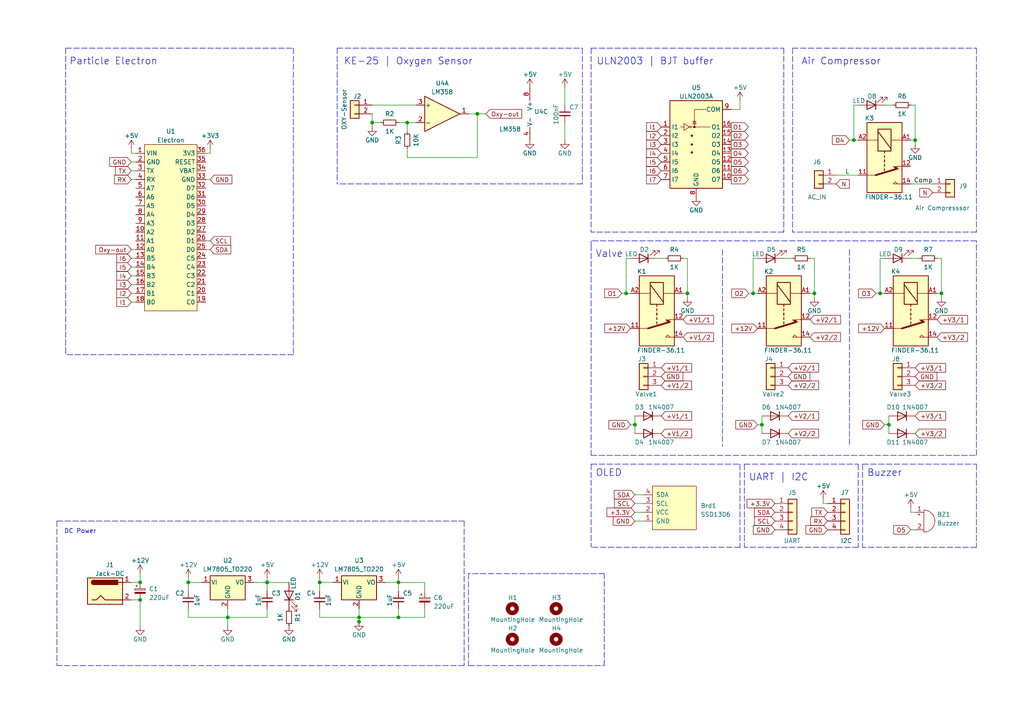
<source format=kicad_sch>
(kicad_sch (version 20210406) (generator eeschema)
  (paper "A4")
  (title_block (title "OxiKit-Brainboard") (date "2021-05-18") (rev "v1"))
  (lib_symbols
    (symbol "Amplifier_Operational:LM358" (pin_names (offset 0.127))
      (property "Reference" "U" (at 0 5.08 0))
      (property "Value" "LM358" (at 0 -5.08 0))
      (symbol "LM358_1_1"
        (pin output line (at 7.62 0 180) (length 2.54) (name "~") (number "1"))
        (pin input line (at -7.62 -2.54 0) (length 2.54) (name "-") (number "2"))
        (pin input line (at -7.62 2.54 0) (length 2.54) (name "+") (number "3"))
      )
      (symbol "LM358_2_1"
        (pin input line (at -7.62 2.54 0) (length 2.54) (name "+") (number "5"))
        (pin input line (at -7.62 -2.54 0) (length 2.54) (name "-") (number "6"))
        (pin output line (at 7.62 0 180) (length 2.54) (name "~") (number "7"))
      )
      (symbol "LM358_3_1"
        (pin power_in line (at -2.54 -7.62 90) (length 3.81) (name "V-") (number "4"))
        (pin power_in line (at -2.54 7.62 270) (length 3.81) (name "V+") (number "8"))
      )
    )
    (symbol "Connector:Jack-DC" (pin_names (offset 1.016))
      (property "Reference" "J" (at 0 5.334 0))
      (property "Value" "Jack-DC" (at 0 -5.08 0))
      (symbol "Jack-DC_1_1"
        (pin passive line (at 7.62 2.54 180) (length 2.54) (name "~") (number "1"))
        (pin passive line (at 7.62 -2.54 180) (length 2.54) (name "~") (number "2"))
      )
    )
    (symbol "Connector_Generic:Conn_01x02" (pin_names (offset 1.016) hide)
      (property "Reference" "J" (at 0 2.54 0))
      (property "Value" "Conn_01x02" (at 0 -5.08 0))
      (symbol "Conn_01x02_1_1"
        (pin passive line (at -5.08 0 0) (length 3.81) (name "Pin_1") (number "1"))
        (pin passive line (at -5.08 -2.54 0) (length 3.81) (name "Pin_2") (number "2"))
      )
    )
    (symbol "Connector_Generic:Conn_01x03" (pin_names (offset 1.016) hide)
      (property "Reference" "J" (at 0 5.08 0))
      (property "Value" "Conn_01x03" (at 0 -5.08 0))
      (symbol "Conn_01x03_1_1"
        (pin passive line (at -5.08 2.54 0) (length 3.81) (name "Pin_1") (number "1"))
        (pin passive line (at -5.08 0 0) (length 3.81) (name "Pin_2") (number "2"))
        (pin passive line (at -5.08 -2.54 0) (length 3.81) (name "Pin_3") (number "3"))
      )
    )
    (symbol "Connector_Generic:Conn_01x04" (pin_names (offset 1.016) hide)
      (property "Reference" "J" (at 0 5.08 0))
      (property "Value" "Conn_01x04" (at 0 -7.62 0))
      (symbol "Conn_01x04_1_1"
        (pin passive line (at -5.08 2.54 0) (length 3.81) (name "Pin_1") (number "1"))
        (pin passive line (at -5.08 0 0) (length 3.81) (name "Pin_2") (number "2"))
        (pin passive line (at -5.08 -2.54 0) (length 3.81) (name "Pin_3") (number "3"))
        (pin passive line (at -5.08 -5.08 0) (length 3.81) (name "Pin_4") (number "4"))
      )
    )
    (symbol "Device:Buzzer" (pin_names (offset 0.0254) hide)
      (property "Reference" "BZ" (at 3.81 1.27 0))
      (property "Value" "Buzzer" (at 3.81 -1.27 0))
      (symbol "Buzzer_1_1"
        (pin passive line (at -2.54 2.54 0) (length 2.54) (name "-") (number "1"))
        (pin passive line (at -2.54 -2.54 0) (length 2.54) (name "+") (number "2"))
      )
    )
    (symbol "Device:C_Polarized_Small" (pin_numbers hide) (pin_names (offset 0.254) hide)
      (property "Reference" "C" (at 0.254 1.778 0))
      (property "Value" "C_Polarized_Small" (at 0.254 -2.032 0))
      (symbol "C_Polarized_Small_1_1"
        (pin passive line (at 0 2.54 270) (length 1.8542) (name "~") (number "1"))
        (pin passive line (at 0 -2.54 90) (length 1.8542) (name "~") (number "2"))
      )
    )
    (symbol "Device:C_Small" (pin_numbers hide) (pin_names (offset 0.254) hide)
      (property "Reference" "C" (at 0.254 1.778 0))
      (property "Value" "C_Small" (at 0.254 -2.032 0))
      (symbol "C_Small_1_1"
        (pin passive line (at 0 2.54 270) (length 2.032) (name "~") (number "1"))
        (pin passive line (at 0 -2.54 90) (length 2.032) (name "~") (number "2"))
      )
    )
    (symbol "Device:LED" (pin_numbers hide) (pin_names (offset 1.016) hide)
      (property "Reference" "D" (at 0 2.54 0))
      (property "Value" "LED" (at 0 -2.54 0))
      (symbol "LED_1_1"
        (pin passive line (at -3.81 0 0) (length 2.54) (name "K") (number "1"))
        (pin passive line (at 3.81 0 180) (length 2.54) (name "A") (number "2"))
      )
    )
    (symbol "Device:R_Small" (pin_numbers hide) (pin_names (offset 0.254) hide)
      (property "Reference" "R" (at 0.762 0.508 0))
      (property "Value" "R_Small" (at 0.762 -1.016 0))
      (symbol "R_Small_1_1"
        (pin passive line (at 0 2.54 270) (length 0.762) (name "~") (number "1"))
        (pin passive line (at 0 -2.54 90) (length 0.762) (name "~") (number "2"))
      )
    )
    (symbol "Diode:1N4007" (pin_numbers hide) (pin_names (offset 1.016) hide)
      (property "Reference" "D" (at 0 2.54 0))
      (property "Value" "1N4007" (at 0 -2.54 0))
      (symbol "1N4007_1_1"
        (pin passive line (at -3.81 0 0) (length 2.54) (name "K") (number "1"))
        (pin passive line (at 3.81 0 180) (length 2.54) (name "A") (number "2"))
      )
    )
    (symbol "Mechanical:MountingHole" (pin_names (offset 1.016))
      (property "Reference" "H" (at 0 5.08 0))
      (property "Value" "MountingHole" (at 0 3.175 0))
    )
    (symbol "Particle-Devices:Electron"
      (property "Reference" "U" (at 1.27 16.51 0))
      (property "Value" "Electron" (at 7.62 -20.32 90))
      (symbol "Electron_1_1"
        (pin input line (at -2.54 12.7 0) (length 2.54) (name "VIN") (number "1"))
        (pin input line (at -2.54 -10.16 0) (length 2.54) (name "A2") (number "10"))
        (pin input line (at -2.54 -12.7 0) (length 2.54) (name "A1") (number "11"))
        (pin input line (at -2.54 -15.24 0) (length 2.54) (name "A0") (number "12"))
        (pin input line (at -2.54 -17.78 0) (length 2.54) (name "B5") (number "13"))
        (pin input line (at -2.54 -20.32 0) (length 2.54) (name "B4") (number "14"))
        (pin input line (at -2.54 -22.86 0) (length 2.54) (name "B3") (number "15"))
        (pin input line (at -2.54 -25.4 0) (length 2.54) (name "B2") (number "16"))
        (pin input line (at -2.54 -27.94 0) (length 2.54) (name "B1") (number "17"))
        (pin input line (at -2.54 -30.48 0) (length 2.54) (name "B0") (number "18"))
        (pin input line (at 17.78 -30.48 180) (length 2.54) (name "C0") (number "19"))
        (pin input line (at -2.54 10.16 0) (length 2.54) (name "GND") (number "2"))
        (pin input line (at 17.78 -27.94 180) (length 2.54) (name "C1") (number "20"))
        (pin input line (at 17.78 -25.4 180) (length 2.54) (name "C2") (number "21"))
        (pin input line (at 17.78 -22.86 180) (length 2.54) (name "C3") (number "22"))
        (pin input line (at 17.78 -20.32 180) (length 2.54) (name "C4") (number "23"))
        (pin input line (at 17.78 -17.78 180) (length 2.54) (name "C5") (number "24"))
        (pin input line (at 17.78 -15.24 180) (length 2.54) (name "D0") (number "25"))
        (pin input line (at 17.78 -12.7 180) (length 2.54) (name "D1") (number "26"))
        (pin input line (at 17.78 -10.16 180) (length 2.54) (name "D2") (number "27"))
        (pin input line (at 17.78 -7.62 180) (length 2.54) (name "D3") (number "28"))
        (pin input line (at 17.78 -5.08 180) (length 2.54) (name "D4") (number "29"))
        (pin input line (at -2.54 7.62 0) (length 2.54) (name "TX") (number "3"))
        (pin input line (at 17.78 -2.54 180) (length 2.54) (name "D5") (number "30"))
        (pin input line (at 17.78 0 180) (length 2.54) (name "D6") (number "31"))
        (pin input line (at 17.78 2.54 180) (length 2.54) (name "D7") (number "32"))
        (pin input line (at 17.78 5.08 180) (length 2.54) (name "GND") (number "33"))
        (pin input line (at 17.78 7.62 180) (length 2.54) (name "VBAT") (number "34"))
        (pin input line (at 17.78 10.16 180) (length 2.54) (name "RESET") (number "35"))
        (pin input line (at 17.78 12.7 180) (length 2.54) (name "3V3") (number "36"))
        (pin input line (at -2.54 5.08 0) (length 2.54) (name "RX") (number "4"))
        (pin input line (at -2.54 2.54 0) (length 2.54) (name "A7") (number "5"))
        (pin input line (at -2.54 0 0) (length 2.54) (name "A6") (number "6"))
        (pin input line (at -2.54 -2.54 0) (length 2.54) (name "A5") (number "7"))
        (pin input line (at -2.54 -5.08 0) (length 2.54) (name "A4") (number "8"))
        (pin input line (at -2.54 -7.62 0) (length 2.54) (name "A3") (number "9"))
      )
    )
    (symbol "Regulator_Linear:LM7805_TO220" (pin_names (offset 0.254))
      (property "Reference" "U" (at -3.81 3.175 0))
      (property "Value" "LM7805_TO220" (at 0 3.175 0))
      (symbol "LM7805_TO220_1_1"
        (pin power_in line (at -7.62 0 0) (length 2.54) (name "VI") (number "1"))
        (pin power_in line (at 0 -7.62 90) (length 2.54) (name "GND") (number "2"))
        (pin power_out line (at 7.62 0 180) (length 2.54) (name "VO") (number "3"))
      )
    )
    (symbol "Relay:FINDER-36.11"
      (property "Reference" "K" (at 11.43 3.81 0))
      (property "Value" "FINDER-36.11" (at 11.43 1.27 0))
      (symbol "FINDER-36.11_1_1"
        (pin passive line (at 5.08 -7.62 90) (length 2.54) (name "~") (number "11"))
        (pin passive line (at 2.54 7.62 270) (length 2.54) (name "~") (number "12"))
        (pin passive line (at 7.62 7.62 270) (length 2.54) (name "~") (number "14"))
        (pin passive line (at -5.08 7.62 270) (length 2.54) (name "~") (number "A1"))
        (pin passive line (at -5.08 -7.62 90) (length 2.54) (name "~") (number "A2"))
      )
    )
    (symbol "SSD1306-128x64_OLED:SSD1306" (pin_names (offset 1.016))
      (property "Reference" "Brd" (at 0 -3.81 0))
      (property "Value" "SSD1306" (at 0 -1.27 0))
      (symbol "SSD1306_1_1"
        (pin input line (at -3.81 8.89 270) (length 2.54) (name "GND") (number "1"))
        (pin input line (at -1.27 8.89 270) (length 2.54) (name "VCC") (number "2"))
        (pin input line (at 1.27 8.89 270) (length 2.54) (name "SCL") (number "3"))
        (pin input line (at 3.81 8.89 270) (length 2.54) (name "SDA") (number "4"))
      )
    )
    (symbol "Transistor_Array:ULN2003A"
      (property "Reference" "U" (at 0 15.875 0))
      (property "Value" "ULN2003A" (at 0 13.97 0))
      (symbol "ULN2003A_1_1"
        (pin input line (at -10.16 5.08 0) (length 2.54) (name "I1") (number "1"))
        (pin open_collector line (at 10.16 -10.16 180) (length 2.54) (name "O7") (number "10"))
        (pin open_collector line (at 10.16 -7.62 180) (length 2.54) (name "O6") (number "11"))
        (pin open_collector line (at 10.16 -5.08 180) (length 2.54) (name "O5") (number "12"))
        (pin open_collector line (at 10.16 -2.54 180) (length 2.54) (name "O4") (number "13"))
        (pin open_collector line (at 10.16 0 180) (length 2.54) (name "O3") (number "14"))
        (pin open_collector line (at 10.16 2.54 180) (length 2.54) (name "O2") (number "15"))
        (pin open_collector line (at 10.16 5.08 180) (length 2.54) (name "O1") (number "16"))
        (pin input line (at -10.16 2.54 0) (length 2.54) (name "I2") (number "2"))
        (pin input line (at -10.16 0 0) (length 2.54) (name "I3") (number "3"))
        (pin input line (at -10.16 -2.54 0) (length 2.54) (name "I4") (number "4"))
        (pin input line (at -10.16 -5.08 0) (length 2.54) (name "I5") (number "5"))
        (pin input line (at -10.16 -7.62 0) (length 2.54) (name "I6") (number "6"))
        (pin input line (at -10.16 -10.16 0) (length 2.54) (name "I7") (number "7"))
        (pin power_in line (at 0 -15.24 90) (length 2.54) (name "GND") (number "8"))
        (pin passive line (at 10.16 10.16 180) (length 2.54) (name "COM") (number "9"))
      )
    )
    (symbol "power:+12V" (power) (pin_names (offset 0))
      (property "Value" "+12V" (at 0 3.556 0))
      (symbol "+12V_1_1"
        (pin power_in line (at 0 0 90) (length 0) hide (name "+12V") (number "1"))
      )
    )
    (symbol "power:+3.3V" (power) (pin_names (offset 0))
      (property "Value" "+3.3V" (at 0 3.556 0))
      (symbol "+3.3V_1_1"
        (pin power_in line (at 0 0 90) (length 0) hide (name "+3V3") (number "1"))
      )
    )
    (symbol "power:+5V" (power) (pin_names (offset 0))
      (property "Value" "+5V" (at 0 3.556 0))
      (symbol "+5V_1_1"
        (pin power_in line (at 0 0 90) (length 0) hide (name "+5V") (number "1"))
      )
    )
    (symbol "power:GND" (power) (pin_names (offset 0))
      (property "Value" "GND" (at 0 -3.81 0))
      (symbol "GND_1_1"
        (pin power_in line (at 0 0 270) (length 0) hide (name "GND") (number "1"))
      )
    )
  )
  (junction (at 40.64 168.91) (diameter 0.9144))
  (junction (at 40.64 173.99) (diameter 0.9144))
  (junction (at 54.61 168.91) (diameter 0.9144))
  (junction (at 66.04 179.07) (diameter 0.9144))
  (junction (at 77.47 168.91) (diameter 0.9144))
  (junction (at 92.71 168.91) (diameter 0.9144))
  (junction (at 104.14 179.07) (diameter 0.9144))
  (junction (at 104.14 180.34) (diameter 0.9144))
  (junction (at 107.95 35.56) (diameter 0.9144))
  (junction (at 115.57 168.91) (diameter 0.9144))
  (junction (at 115.57 179.07) (diameter 0.9144))
  (junction (at 118.11 35.56) (diameter 0.9144))
  (junction (at 138.43 33.02) (diameter 0.9144))
  (junction (at 181.61 85.09) (diameter 0.9144))
  (junction (at 184.15 123.19) (diameter 0.9144))
  (junction (at 199.39 85.09) (diameter 0.9144))
  (junction (at 218.44 85.09) (diameter 0.9144))
  (junction (at 220.98 123.19) (diameter 0.9144))
  (junction (at 236.22 85.09) (diameter 0.9144))
  (junction (at 247.65 40.64) (diameter 0.9144))
  (junction (at 255.27 85.09) (diameter 0.9144))
  (junction (at 257.81 123.19) (diameter 0.9144))
  (junction (at 265.43 40.64) (diameter 0.9144))
  (junction (at 273.05 85.09) (diameter 0.9144))
  (wire (pts (xy 38.1 43.18) (xy 38.1 44.45)))
  (wire (pts (xy 38.1 44.45) (xy 39.37 44.45)))
  (wire (pts (xy 38.1 46.99) (xy 39.37 46.99)))
  (wire (pts (xy 38.1 49.53) (xy 39.37 49.53)))
  (wire (pts (xy 38.1 52.07) (xy 39.37 52.07)))
  (wire (pts (xy 38.1 72.39) (xy 39.37 72.39)))
  (wire (pts (xy 38.1 74.93) (xy 39.37 74.93)))
  (wire (pts (xy 38.1 77.47) (xy 39.37 77.47)))
  (wire (pts (xy 38.1 80.01) (xy 39.37 80.01)))
  (wire (pts (xy 38.1 82.55) (xy 39.37 82.55)))
  (wire (pts (xy 38.1 85.09) (xy 39.37 85.09)))
  (wire (pts (xy 38.1 87.63) (xy 39.37 87.63)))
  (wire (pts (xy 38.1 168.91) (xy 40.64 168.91)))
  (wire (pts (xy 38.1 173.99) (xy 40.64 173.99)))
  (wire (pts (xy 40.64 166.37) (xy 40.64 168.91)))
  (wire (pts (xy 40.64 173.99) (xy 40.64 181.61)))
  (wire (pts (xy 54.61 167.64) (xy 54.61 168.91)))
  (wire (pts (xy 54.61 168.91) (xy 54.61 171.45)))
  (wire (pts (xy 54.61 168.91) (xy 58.42 168.91)))
  (wire (pts (xy 54.61 176.53) (xy 54.61 179.07)))
  (wire (pts (xy 54.61 179.07) (xy 66.04 179.07)))
  (wire (pts (xy 59.69 52.07) (xy 60.96 52.07)))
  (wire (pts (xy 59.69 69.85) (xy 60.96 69.85)))
  (wire (pts (xy 59.69 72.39) (xy 60.96 72.39)))
  (wire (pts (xy 60.96 43.18) (xy 60.96 44.45)))
  (wire (pts (xy 60.96 44.45) (xy 59.69 44.45)))
  (wire (pts (xy 66.04 176.53) (xy 66.04 179.07)))
  (wire (pts (xy 66.04 179.07) (xy 66.04 181.61)))
  (wire (pts (xy 73.66 168.91) (xy 77.47 168.91)))
  (wire (pts (xy 77.47 167.64) (xy 77.47 168.91)))
  (wire (pts (xy 77.47 168.91) (xy 77.47 171.45)))
  (wire (pts (xy 77.47 168.91) (xy 83.82 168.91)))
  (wire (pts (xy 77.47 176.53) (xy 77.47 179.07)))
  (wire (pts (xy 77.47 179.07) (xy 66.04 179.07)))
  (wire (pts (xy 92.71 167.64) (xy 92.71 168.91)))
  (wire (pts (xy 92.71 168.91) (xy 92.71 171.45)))
  (wire (pts (xy 92.71 168.91) (xy 96.52 168.91)))
  (wire (pts (xy 92.71 176.53) (xy 92.71 179.07)))
  (wire (pts (xy 92.71 179.07) (xy 104.14 179.07)))
  (wire (pts (xy 104.14 176.53) (xy 104.14 179.07)))
  (wire (pts (xy 104.14 179.07) (xy 104.14 180.34)))
  (wire (pts (xy 104.14 181.61) (xy 104.14 180.34)))
  (wire (pts (xy 107.95 30.48) (xy 120.65 30.48)))
  (wire (pts (xy 107.95 35.56) (xy 107.95 33.02)))
  (wire (pts (xy 107.95 35.56) (xy 110.49 35.56)))
  (wire (pts (xy 107.95 36.83) (xy 107.95 35.56)))
  (wire (pts (xy 111.76 168.91) (xy 115.57 168.91)))
  (wire (pts (xy 115.57 35.56) (xy 118.11 35.56)))
  (wire (pts (xy 115.57 167.64) (xy 115.57 168.91)))
  (wire (pts (xy 115.57 168.91) (xy 115.57 171.45)))
  (wire (pts (xy 115.57 176.53) (xy 115.57 179.07)))
  (wire (pts (xy 115.57 179.07) (xy 104.14 179.07)))
  (wire (pts (xy 118.11 35.56) (xy 118.11 38.1)))
  (wire (pts (xy 118.11 35.56) (xy 120.65 35.56)))
  (wire (pts (xy 118.11 43.18) (xy 118.11 45.72)))
  (wire (pts (xy 118.11 45.72) (xy 138.43 45.72)))
  (wire (pts (xy 123.19 168.91) (xy 115.57 168.91)))
  (wire (pts (xy 123.19 171.45) (xy 123.19 168.91)))
  (wire (pts (xy 123.19 176.53) (xy 123.19 179.07)))
  (wire (pts (xy 123.19 179.07) (xy 115.57 179.07)))
  (wire (pts (xy 138.43 33.02) (xy 135.89 33.02)))
  (wire (pts (xy 138.43 33.02) (xy 138.43 45.72)))
  (wire (pts (xy 140.97 33.02) (xy 138.43 33.02)))
  (wire (pts (xy 163.83 25.4) (xy 163.83 30.48)))
  (wire (pts (xy 163.83 35.56) (xy 163.83 40.64)))
  (wire (pts (xy 180.34 85.09) (xy 181.61 85.09)))
  (wire (pts (xy 181.61 74.93) (xy 181.61 85.09)))
  (wire (pts (xy 181.61 85.09) (xy 182.88 85.09)))
  (wire (pts (xy 182.88 74.93) (xy 181.61 74.93)))
  (wire (pts (xy 184.15 123.19) (xy 182.88 123.19)))
  (wire (pts (xy 184.15 123.19) (xy 184.15 120.65)))
  (wire (pts (xy 184.15 125.73) (xy 184.15 123.19)))
  (wire (pts (xy 184.15 143.51) (xy 186.69 143.51)))
  (wire (pts (xy 184.15 146.05) (xy 186.69 146.05)))
  (wire (pts (xy 184.15 148.59) (xy 186.69 148.59)))
  (wire (pts (xy 184.15 151.13) (xy 186.69 151.13)))
  (wire (pts (xy 190.5 74.93) (xy 193.04 74.93)))
  (wire (pts (xy 198.12 74.93) (xy 199.39 74.93)))
  (wire (pts (xy 199.39 74.93) (xy 199.39 85.09)))
  (wire (pts (xy 199.39 85.09) (xy 198.12 85.09)))
  (wire (pts (xy 199.39 86.36) (xy 199.39 85.09)))
  (wire (pts (xy 212.09 31.75) (xy 214.63 31.75)))
  (wire (pts (xy 214.63 29.21) (xy 214.63 31.75)))
  (wire (pts (xy 217.17 85.09) (xy 218.44 85.09)))
  (wire (pts (xy 218.44 74.93) (xy 218.44 85.09)))
  (wire (pts (xy 218.44 85.09) (xy 219.71 85.09)))
  (wire (pts (xy 219.71 74.93) (xy 218.44 74.93)))
  (wire (pts (xy 220.98 123.19) (xy 219.71 123.19)))
  (wire (pts (xy 220.98 123.19) (xy 220.98 120.65)))
  (wire (pts (xy 220.98 125.73) (xy 220.98 123.19)))
  (wire (pts (xy 227.33 74.93) (xy 229.87 74.93)))
  (wire (pts (xy 234.95 74.93) (xy 236.22 74.93)))
  (wire (pts (xy 236.22 74.93) (xy 236.22 85.09)))
  (wire (pts (xy 236.22 85.09) (xy 234.95 85.09)))
  (wire (pts (xy 236.22 86.36) (xy 236.22 85.09)))
  (wire (pts (xy 238.76 144.78) (xy 238.76 146.05)))
  (wire (pts (xy 238.76 146.05) (xy 240.03 146.05)))
  (wire (pts (xy 242.57 50.8) (xy 248.92 50.8)))
  (wire (pts (xy 246.38 40.64) (xy 247.65 40.64)))
  (wire (pts (xy 247.65 30.48) (xy 247.65 40.64)))
  (wire (pts (xy 247.65 40.64) (xy 248.92 40.64)))
  (wire (pts (xy 248.92 30.48) (xy 247.65 30.48)))
  (wire (pts (xy 254 85.09) (xy 255.27 85.09)))
  (wire (pts (xy 255.27 74.93) (xy 255.27 85.09)))
  (wire (pts (xy 255.27 85.09) (xy 256.54 85.09)))
  (wire (pts (xy 256.54 30.48) (xy 259.08 30.48)))
  (wire (pts (xy 256.54 74.93) (xy 255.27 74.93)))
  (wire (pts (xy 257.81 123.19) (xy 256.54 123.19)))
  (wire (pts (xy 257.81 123.19) (xy 257.81 120.65)))
  (wire (pts (xy 257.81 125.73) (xy 257.81 123.19)))
  (wire (pts (xy 264.16 30.48) (xy 265.43 30.48)))
  (wire (pts (xy 264.16 40.64) (xy 265.43 40.64)))
  (wire (pts (xy 264.16 53.34) (xy 270.51 53.34)))
  (wire (pts (xy 264.16 74.93) (xy 266.7 74.93)))
  (wire (pts (xy 264.16 147.32) (xy 264.16 148.59)))
  (wire (pts (xy 264.16 148.59) (xy 265.43 148.59)))
  (wire (pts (xy 264.16 153.67) (xy 265.43 153.67)))
  (wire (pts (xy 265.43 30.48) (xy 265.43 40.64)))
  (wire (pts (xy 265.43 40.64) (xy 265.43 41.91)))
  (wire (pts (xy 271.78 74.93) (xy 273.05 74.93)))
  (wire (pts (xy 273.05 74.93) (xy 273.05 85.09)))
  (wire (pts (xy 273.05 85.09) (xy 271.78 85.09)))
  (wire (pts (xy 273.05 86.36) (xy 273.05 85.09)))
  (polyline (pts (xy 16.51 151.13) (xy 16.51 193.04)) (stroke (width 0) (type dash)))
  (polyline (pts (xy 16.51 151.13) (xy 134.62 151.13)) (stroke (width 0) (type dash)))
  (polyline (pts (xy 19.05 13.97) (xy 19.05 102.87)) (stroke (width 0) (type dash)))
  (polyline (pts (xy 19.05 13.97) (xy 85.09 13.97)) (stroke (width 0) (type dash)))
  (polyline (pts (xy 85.09 13.97) (xy 85.09 102.87)) (stroke (width 0) (type dash)))
  (polyline (pts (xy 85.09 102.87) (xy 19.05 102.87)) (stroke (width 0) (type dash)))
  (polyline (pts (xy 97.79 13.97) (xy 97.79 53.34)) (stroke (width 0) (type dash)))
  (polyline (pts (xy 97.79 13.97) (xy 168.91 13.97)) (stroke (width 0) (type dash)))
  (polyline (pts (xy 134.62 151.13) (xy 134.62 193.04)) (stroke (width 0) (type dash)))
  (polyline (pts (xy 134.62 193.04) (xy 16.51 193.04)) (stroke (width 0) (type dash)))
  (polyline (pts (xy 135.89 166.37) (xy 135.89 193.04)) (stroke (width 0) (type dash)))
  (polyline (pts (xy 135.89 193.04) (xy 175.26 193.04)) (stroke (width 0) (type dash)))
  (polyline (pts (xy 168.91 13.97) (xy 168.91 53.34)) (stroke (width 0) (type dash)))
  (polyline (pts (xy 168.91 53.34) (xy 97.79 53.34)) (stroke (width 0) (type dash)))
  (polyline (pts (xy 171.45 13.97) (xy 171.45 67.31)) (stroke (width 0) (type dash)))
  (polyline (pts (xy 171.45 13.97) (xy 227.33 13.97)) (stroke (width 0) (type dash)))
  (polyline (pts (xy 171.45 69.85) (xy 171.45 71.12)) (stroke (width 0) (type dash)))
  (polyline (pts (xy 171.45 71.12) (xy 171.45 132.08)) (stroke (width 0) (type dash)))
  (polyline (pts (xy 171.45 132.08) (xy 283.21 132.08)) (stroke (width 0) (type dash)))
  (polyline (pts (xy 171.45 134.62) (xy 171.45 158.75)) (stroke (width 0) (type dash)))
  (polyline (pts (xy 171.45 134.62) (xy 214.63 134.62)) (stroke (width 0) (type dash)))
  (polyline (pts (xy 175.26 166.37) (xy 135.89 166.37)) (stroke (width 0) (type dash)))
  (polyline (pts (xy 175.26 193.04) (xy 175.26 166.37)) (stroke (width 0) (type dash)))
  (polyline (pts (xy 209.55 72.39) (xy 209.55 81.28)) (stroke (width 0) (type dash)))
  (polyline (pts (xy 209.55 81.28) (xy 209.55 99.06)) (stroke (width 0) (type dash)))
  (polyline (pts (xy 209.55 99.06) (xy 209.55 129.54)) (stroke (width 0) (type dash)))
  (polyline (pts (xy 214.63 134.62) (xy 214.63 158.75)) (stroke (width 0) (type dash)))
  (polyline (pts (xy 214.63 158.75) (xy 171.45 158.75)) (stroke (width 0) (type dash)))
  (polyline (pts (xy 215.9 134.62) (xy 215.9 158.75)) (stroke (width 0) (type dash)))
  (polyline (pts (xy 215.9 134.62) (xy 248.92 134.62)) (stroke (width 0) (type dash)))
  (polyline (pts (xy 227.33 13.97) (xy 227.33 67.31)) (stroke (width 0) (type dash)))
  (polyline (pts (xy 227.33 67.31) (xy 171.45 67.31)) (stroke (width 0) (type dash)))
  (polyline (pts (xy 229.87 13.97) (xy 229.87 67.31)) (stroke (width 0) (type dash)))
  (polyline (pts (xy 229.87 13.97) (xy 283.21 13.97)) (stroke (width 0) (type dash)))
  (polyline (pts (xy 246.38 72.39) (xy 246.38 129.54)) (stroke (width 0) (type dash)))
  (polyline (pts (xy 248.92 134.62) (xy 248.92 158.75)) (stroke (width 0) (type dash)))
  (polyline (pts (xy 248.92 158.75) (xy 215.9 158.75)) (stroke (width 0) (type dash)))
  (polyline (pts (xy 250.19 134.62) (xy 250.19 158.75)) (stroke (width 0) (type dash)))
  (polyline (pts (xy 250.19 134.62) (xy 283.21 134.62)) (stroke (width 0) (type dash)))
  (polyline (pts (xy 283.21 13.97) (xy 283.21 67.31)) (stroke (width 0) (type dash)))
  (polyline (pts (xy 283.21 67.31) (xy 229.87 67.31)) (stroke (width 0) (type dash)))
  (polyline (pts (xy 283.21 69.85) (xy 171.45 69.85)) (stroke (width 0) (type dash)))
  (polyline (pts (xy 283.21 132.08) (xy 283.21 69.85)) (stroke (width 0) (type dash)))
  (polyline (pts (xy 283.21 134.62) (xy 283.21 158.75)) (stroke (width 0) (type dash)))
  (polyline (pts (xy 283.21 158.75) (xy 250.19 158.75)) (stroke (width 0) (type dash)))
  (text "DC Power" (at 27.94 154.94 180) (effects (font (size 1.27 1.27)) (justify right bottom)))
  (text "Particle Electron" (at 45.72 19.05 180) (effects (font (size 2 2)) (justify right bottom)))
  (text "KE-25 | Oxygen Sensor" (at 137.16 19.05 180) (effects (font (size 2 2)) (justify right bottom)))
  (text "Valve" (at 172.72 74.93 0) (effects (font (size 2 2)) (justify left bottom)))
  (text "OLED" (at 172.72 138.43 0) (effects (font (size 2 2)) (justify left bottom)))
  (text "ULN2003 | BJT buffer" (at 207.01 19.05 180) (effects (font (size 2 2)) (justify right bottom)))
  (text "UART | I2C" (at 217.17 139.7 0) (effects (font (size 2 2)) (justify left bottom)))
  (text "Air Compressor" (at 232.41 19.05 0) (effects (font (size 2 2)) (justify left bottom)))
  (text "Buzzer" (at 251.46 138.43 0) (effects (font (size 2 2)) (justify left bottom)))
  (label "L" (at 246.38 50.8 180))
  (label "Comp" (at 270.51 53.34 180))
  (global_label "GND" (shape input) (at 38.1 46.99 180) (property "Intersheet References" "${INTERSHEET_REFS}" (effects hide)))
  (global_label "TX" (shape input) (at 38.1 49.53 180) (property "Intersheet References" "${INTERSHEET_REFS}" (effects hide)))
  (global_label "RX" (shape input) (at 38.1 52.07 180) (property "Intersheet References" "${INTERSHEET_REFS}" (effects hide)))
  (global_label "Oxy-out" (shape input) (at 38.1 72.39 180) (property "Intersheet References" "${INTERSHEET_REFS}" (effects hide)))
  (global_label "I6" (shape input) (at 38.1 74.93 180) (property "Intersheet References" "${INTERSHEET_REFS}" (effects hide)))
  (global_label "I5" (shape input) (at 38.1 77.47 180) (property "Intersheet References" "${INTERSHEET_REFS}" (effects hide)))
  (global_label "I4" (shape input) (at 38.1 80.01 180) (property "Intersheet References" "${INTERSHEET_REFS}" (effects hide)))
  (global_label "I3" (shape input) (at 38.1 82.55 180) (property "Intersheet References" "${INTERSHEET_REFS}" (effects hide)))
  (global_label "I2" (shape input) (at 38.1 85.09 180) (property "Intersheet References" "${INTERSHEET_REFS}" (effects hide)))
  (global_label "I1" (shape input) (at 38.1 87.63 180) (property "Intersheet References" "${INTERSHEET_REFS}" (effects hide)))
  (global_label "GND" (shape input) (at 60.96 52.07 0) (property "Intersheet References" "${INTERSHEET_REFS}" (effects hide)))
  (global_label "SCL" (shape input) (at 60.96 69.85 0) (property "Intersheet References" "${INTERSHEET_REFS}" (effects hide)))
  (global_label "SDA" (shape input) (at 60.96 72.39 0) (property "Intersheet References" "${INTERSHEET_REFS}" (effects hide)))
  (global_label "Oxy-out" (shape input) (at 140.97 33.02 0) (property "Intersheet References" "${INTERSHEET_REFS}" (effects hide)))
  (global_label "O1" (shape input) (at 180.34 85.09 180) (property "Intersheet References" "${INTERSHEET_REFS}" (effects hide)))
  (global_label "+12V" (shape input) (at 182.88 95.25 180) (property "Intersheet References" "${INTERSHEET_REFS}" (effects hide)))
  (global_label "GND" (shape input) (at 182.88 123.19 180) (property "Intersheet References" "${INTERSHEET_REFS}" (effects hide)))
  (global_label "SDA" (shape input) (at 184.15 143.51 180) (property "Intersheet References" "${INTERSHEET_REFS}" (effects hide)))
  (global_label "SCL" (shape input) (at 184.15 146.05 180) (property "Intersheet References" "${INTERSHEET_REFS}" (effects hide)))
  (global_label "+3.3V" (shape input) (at 184.15 148.59 180) (property "Intersheet References" "${INTERSHEET_REFS}" (effects hide)))
  (global_label "GND" (shape input) (at 184.15 151.13 180) (property "Intersheet References" "${INTERSHEET_REFS}" (effects hide)))
  (global_label "I1" (shape input) (at 191.77 36.83 180) (property "Intersheet References" "${INTERSHEET_REFS}" (effects hide)))
  (global_label "I2" (shape input) (at 191.77 39.37 180) (property "Intersheet References" "${INTERSHEET_REFS}" (effects hide)))
  (global_label "I3" (shape input) (at 191.77 41.91 180) (property "Intersheet References" "${INTERSHEET_REFS}" (effects hide)))
  (global_label "I4" (shape input) (at 191.77 44.45 180) (property "Intersheet References" "${INTERSHEET_REFS}" (effects hide)))
  (global_label "I5" (shape input) (at 191.77 46.99 180) (property "Intersheet References" "${INTERSHEET_REFS}" (effects hide)))
  (global_label "I6" (shape input) (at 191.77 49.53 180) (property "Intersheet References" "${INTERSHEET_REFS}" (effects hide)))
  (global_label "I7" (shape input) (at 191.77 52.07 180) (property "Intersheet References" "${INTERSHEET_REFS}" (effects hide)))
  (global_label "+V1{slash}1" (shape input) (at 191.77 106.68 0) (property "Intersheet References" "${INTERSHEET_REFS}" (effects hide)))
  (global_label "GND" (shape input) (at 191.77 109.22 0) (property "Intersheet References" "${INTERSHEET_REFS}" (effects hide)))
  (global_label "+V1{slash}2" (shape input) (at 191.77 111.76 0) (property "Intersheet References" "${INTERSHEET_REFS}" (effects hide)))
  (global_label "+V1{slash}1" (shape input) (at 191.77 120.65 0) (property "Intersheet References" "${INTERSHEET_REFS}" (effects hide)))
  (global_label "+V1{slash}2" (shape input) (at 191.77 125.73 0) (property "Intersheet References" "${INTERSHEET_REFS}" (effects hide)))
  (global_label "+V1{slash}1" (shape input) (at 198.12 92.71 0) (property "Intersheet References" "${INTERSHEET_REFS}" (effects hide)))
  (global_label "+V1{slash}2" (shape input) (at 198.12 97.79 0) (property "Intersheet References" "${INTERSHEET_REFS}" (effects hide)))
  (global_label "O1" (shape output) (at 212.09 36.83 0) (property "Intersheet References" "${INTERSHEET_REFS}" (effects hide)))
  (global_label "O2" (shape output) (at 212.09 39.37 0) (property "Intersheet References" "${INTERSHEET_REFS}" (effects hide)))
  (global_label "O3" (shape output) (at 212.09 41.91 0) (property "Intersheet References" "${INTERSHEET_REFS}" (effects hide)))
  (global_label "O4" (shape output) (at 212.09 44.45 0) (property "Intersheet References" "${INTERSHEET_REFS}" (effects hide)))
  (global_label "O5" (shape output) (at 212.09 46.99 0) (property "Intersheet References" "${INTERSHEET_REFS}" (effects hide)))
  (global_label "O6" (shape output) (at 212.09 49.53 0) (property "Intersheet References" "${INTERSHEET_REFS}" (effects hide)))
  (global_label "O7" (shape output) (at 212.09 52.07 0) (property "Intersheet References" "${INTERSHEET_REFS}" (effects hide)))
  (global_label "O2" (shape input) (at 217.17 85.09 180) (property "Intersheet References" "${INTERSHEET_REFS}" (effects hide)))
  (global_label "+12V" (shape input) (at 219.71 95.25 180) (property "Intersheet References" "${INTERSHEET_REFS}" (effects hide)))
  (global_label "GND" (shape input) (at 219.71 123.19 180) (property "Intersheet References" "${INTERSHEET_REFS}" (effects hide)))
  (global_label "+3.3V" (shape input) (at 224.79 146.05 180) (property "Intersheet References" "${INTERSHEET_REFS}" (effects hide)))
  (global_label "SDA" (shape input) (at 224.79 148.59 180) (property "Intersheet References" "${INTERSHEET_REFS}" (effects hide)))
  (global_label "SCL" (shape input) (at 224.79 151.13 180) (property "Intersheet References" "${INTERSHEET_REFS}" (effects hide)))
  (global_label "GND" (shape input) (at 224.79 153.67 180) (property "Intersheet References" "${INTERSHEET_REFS}" (effects hide)))
  (global_label "+V2{slash}1" (shape input) (at 228.6 106.68 0) (property "Intersheet References" "${INTERSHEET_REFS}" (effects hide)))
  (global_label "GND" (shape input) (at 228.6 109.22 0) (property "Intersheet References" "${INTERSHEET_REFS}" (effects hide)))
  (global_label "+V2{slash}2" (shape input) (at 228.6 111.76 0) (property "Intersheet References" "${INTERSHEET_REFS}" (effects hide)))
  (global_label "+V2{slash}1" (shape input) (at 228.6 120.65 0) (property "Intersheet References" "${INTERSHEET_REFS}" (effects hide)))
  (global_label "+V2{slash}2" (shape input) (at 228.6 125.73 0) (property "Intersheet References" "${INTERSHEET_REFS}" (effects hide)))
  (global_label "+V2{slash}1" (shape input) (at 234.95 92.71 0) (property "Intersheet References" "${INTERSHEET_REFS}" (effects hide)))
  (global_label "+V2{slash}2" (shape input) (at 234.95 97.79 0) (property "Intersheet References" "${INTERSHEET_REFS}" (effects hide)))
  (global_label "TX" (shape input) (at 240.03 148.59 180) (property "Intersheet References" "${INTERSHEET_REFS}" (effects hide)))
  (global_label "RX" (shape input) (at 240.03 151.13 180) (property "Intersheet References" "${INTERSHEET_REFS}" (effects hide)))
  (global_label "GND" (shape input) (at 240.03 153.67 180) (property "Intersheet References" "${INTERSHEET_REFS}" (effects hide)))
  (global_label "N" (shape input) (at 242.57 53.34 0) (property "Intersheet References" "${INTERSHEET_REFS}" (effects hide)))
  (global_label "O4" (shape input) (at 246.38 40.64 180) (property "Intersheet References" "${INTERSHEET_REFS}" (effects hide)))
  (global_label "O3" (shape input) (at 254 85.09 180) (property "Intersheet References" "${INTERSHEET_REFS}" (effects hide)))
  (global_label "+12V" (shape input) (at 256.54 95.25 180) (property "Intersheet References" "${INTERSHEET_REFS}" (effects hide)))
  (global_label "GND" (shape input) (at 256.54 123.19 180) (property "Intersheet References" "${INTERSHEET_REFS}" (effects hide)))
  (global_label "O5" (shape input) (at 264.16 153.67 180) (property "Intersheet References" "${INTERSHEET_REFS}" (effects hide)))
  (global_label "+V3{slash}1" (shape input) (at 265.43 106.68 0) (property "Intersheet References" "${INTERSHEET_REFS}" (effects hide)))
  (global_label "GND" (shape input) (at 265.43 109.22 0) (property "Intersheet References" "${INTERSHEET_REFS}" (effects hide)))
  (global_label "+V3{slash}2" (shape input) (at 265.43 111.76 0) (property "Intersheet References" "${INTERSHEET_REFS}" (effects hide)))
  (global_label "+V3{slash}1" (shape input) (at 265.43 120.65 0) (property "Intersheet References" "${INTERSHEET_REFS}" (effects hide)))
  (global_label "+V3{slash}2" (shape input) (at 265.43 125.73 0) (property "Intersheet References" "${INTERSHEET_REFS}" (effects hide)))
  (global_label "N" (shape input) (at 270.51 55.88 180) (property "Intersheet References" "${INTERSHEET_REFS}" (effects hide)))
  (global_label "+V3{slash}1" (shape input) (at 271.78 92.71 0) (property "Intersheet References" "${INTERSHEET_REFS}" (effects hide)))
  (global_label "+V3{slash}2" (shape input) (at 271.78 97.79 0) (property "Intersheet References" "${INTERSHEET_REFS}" (effects hide)))
  (symbol (lib_id "power:+5V") (at 38.1 43.18 0) (unit 1)
    (property "Reference" "#PWR0104" (effects hide))
    (property "Value" "+5V" (at 38.1 39.37 0))
  )
  (symbol (lib_id "power:+12V") (at 40.64 166.37 0) (unit 1)
    (property "Reference" "#PWR0107" (effects hide))
    (property "Value" "+12V" (at 40.64 162.56 0))
  )
  (symbol (lib_id "power:+12V") (at 54.61 167.64 0) (unit 1)
    (property "Reference" "#PWR0108" (effects hide))
    (property "Value" "+12V" (at 54.61 163.83 0))
  )
  (symbol (lib_id "power:+3.3V") (at 60.96 43.18 0) (unit 1)
    (property "Reference" "#PWR0105" (effects hide))
    (property "Value" "+3.3V" (at 60.96 39.37 0))
  )
  (symbol (lib_id "power:+5V") (at 77.47 167.64 0) (unit 1)
    (property "Reference" "#PWR0111" (effects hide))
    (property "Value" "+5V" (at 77.47 163.83 0))
  )
  (symbol (lib_id "power:+12V") (at 92.71 167.64 0) (unit 1)
    (property "Reference" "#PWR0106" (effects hide))
    (property "Value" "+12V" (at 92.71 163.83 0))
  )
  (symbol (lib_id "power:+5V") (at 115.57 167.64 0) (unit 1)
    (property "Reference" "#PWR0110" (effects hide))
    (property "Value" "+5V" (at 115.57 163.83 0))
  )
  (symbol (lib_id "power:+5V") (at 153.67 25.4 0) (unit 1)
    (property "Reference" "#PWR0101" (effects hide))
    (property "Value" "+5V" (at 153.67 21.59 0))
  )
  (symbol (lib_id "power:+5V") (at 163.83 25.4 0) (unit 1)
    (property "Reference" "#PWR0123" (effects hide))
    (property "Value" "+5V" (at 163.83 21.59 0))
  )
  (symbol (lib_id "power:+5V") (at 214.63 29.21 0) (unit 1)
    (property "Reference" "#PWR0118" (effects hide))
    (property "Value" "+5V" (at 214.63 25.4 0))
  )
  (symbol (lib_id "power:+5V") (at 238.76 144.78 0) (unit 1)
    (property "Reference" "#PWR0120" (effects hide))
    (property "Value" "+5V" (at 238.76 140.97 0))
  )
  (symbol (lib_id "power:+5V") (at 264.16 147.32 0) (unit 1)
    (property "Reference" "#PWR0119" (effects hide))
    (property "Value" "+5V" (at 264.16 143.51 0))
  )
  (symbol (lib_id "power:GND") (at 40.64 181.61 0) (unit 1)
    (property "Reference" "#PWR0112" (effects hide))
    (property "Value" "GND" (at 40.64 185.42 0))
  )
  (symbol (lib_id "power:GND") (at 66.04 181.61 0) (unit 1)
    (property "Reference" "#PWR0113" (effects hide))
    (property "Value" "GND" (at 66.04 185.42 0))
  )
  (symbol (lib_id "power:GND") (at 83.82 181.61 0) (unit 1)
    (property "Reference" "#PWR0114" (effects hide))
    (property "Value" "GND" (at 83.82 185.42 0))
  )
  (symbol (lib_id "power:GND") (at 104.14 180.34 0) (unit 1)
    (property "Reference" "#PWR0109" (effects hide))
    (property "Value" "GND" (at 104.14 184.15 0))
  )
  (symbol (lib_id "power:GND") (at 107.95 36.83 0) (unit 1)
    (property "Reference" "#PWR0103" (effects hide))
    (property "Value" "GND" (at 107.95 40.64 0))
  )
  (symbol (lib_id "power:GND") (at 153.67 40.64 0) (unit 1)
    (property "Reference" "#PWR0102" (effects hide))
    (property "Value" "GND" (at 153.67 44.45 0))
  )
  (symbol (lib_id "power:GND") (at 163.83 40.64 0) (unit 1)
    (property "Reference" "#PWR0124" (effects hide))
    (property "Value" "GND" (at 163.83 44.45 0))
  )
  (symbol (lib_id "power:GND") (at 199.39 86.36 0) (unit 1)
    (property "Reference" "#PWR0121" (effects hide))
    (property "Value" "GND" (at 199.39 90.17 0))
  )
  (symbol (lib_id "power:GND") (at 201.93 57.15 0) (unit 1)
    (property "Reference" "#PWR0122" (effects hide))
    (property "Value" "GND" (at 201.93 60.96 0))
  )
  (symbol (lib_id "power:GND") (at 236.22 86.36 0) (unit 1)
    (property "Reference" "#PWR0115" (effects hide))
    (property "Value" "GND" (at 236.22 90.17 0))
  )
  (symbol (lib_id "power:GND") (at 265.43 41.91 0) (unit 1)
    (property "Reference" "#PWR0116" (effects hide))
    (property "Value" "GND" (at 265.43 45.72 0))
  )
  (symbol (lib_id "power:GND") (at 273.05 86.36 0) (unit 1)
    (property "Reference" "#PWR0117" (effects hide))
    (property "Value" "GND" (at 273.05 90.17 0))
  )
  (symbol (lib_id "Device:R_Small") (at 83.82 179.07 0) (unit 1)
    (property "Reference" "R1" (at 86.36 179.07 90))
    (property "Value" "1K" (at 81.28 179.07 90))
    (property "Footprint" "Resistor_SMD:R_0805_2012Metric_Pad1.20x1.40mm_HandSolder" (effects hide))
  )
  (symbol (lib_id "Device:R_Small") (at 113.03 35.56 90) (unit 1)
    (property "Reference" "R2" (at 113.03 33.02 90))
    (property "Value" "1K" (at 113.03 38.1 90))
    (property "Footprint" "Resistor_SMD:R_0805_2012Metric_Pad1.20x1.40mm_HandSolder" (effects hide))
  )
  (symbol (lib_id "Device:R_Small") (at 118.11 40.64 180) (unit 1)
    (property "Reference" "R3" (at 115.57 40.64 90))
    (property "Value" "10K" (at 120.65 40.64 90))
    (property "Footprint" "Resistor_SMD:R_0805_2012Metric_Pad1.20x1.40mm_HandSolder" (effects hide))
  )
  (symbol (lib_id "Device:R_Small") (at 195.58 74.93 90) (unit 1)
    (property "Reference" "R4" (at 195.58 72.39 90))
    (property "Value" "1K" (at 195.58 77.47 90))
    (property "Footprint" "Resistor_SMD:R_0805_2012Metric_Pad1.20x1.40mm_HandSolder" (effects hide))
  )
  (symbol (lib_id "Device:R_Small") (at 232.41 74.93 90) (unit 1)
    (property "Reference" "R5" (at 232.41 72.39 90))
    (property "Value" "1K" (at 232.41 77.47 90))
    (property "Footprint" "Resistor_SMD:R_0805_2012Metric_Pad1.20x1.40mm_HandSolder" (effects hide))
  )
  (symbol (lib_id "Device:R_Small") (at 261.62 30.48 90) (unit 1)
    (property "Reference" "R6" (at 261.62 27.94 90))
    (property "Value" "1K" (at 261.62 33.02 90))
    (property "Footprint" "Resistor_SMD:R_0805_2012Metric_Pad1.20x1.40mm_HandSolder" (effects hide))
  )
  (symbol (lib_id "Device:R_Small") (at 269.24 74.93 90) (unit 1)
    (property "Reference" "R7" (at 269.24 72.39 90))
    (property "Value" "1K" (at 269.24 77.47 90))
    (property "Footprint" "Resistor_SMD:R_0805_2012Metric_Pad1.20x1.40mm_HandSolder" (effects hide))
  )
  (symbol (lib_id "Amplifier_Operational:LM358") (at 156.21 33.02 0) (unit 3)
    (property "Reference" "U4" (at 154.94 32.3849 0) (effects (justify left)))
    (property "Value" "LM358" (at 144.78 37.4649 0) (effects (justify left)))
    (property "Datasheet" "http://www.ti.com/lit/ds/symlink/lm2904-n.pdf" (effects hide))
  )
  (symbol (lib_id "Mechanical:MountingHole") (at 148.59 176.53 0) (unit 1)
    (property "Reference" "H1" (at 147.32 173.3549 0) (effects (justify left)))
    (property "Value" "MountingHole" (at 142.24 179.7049 0) (effects (justify left)))
    (property "Footprint" "MountingHole:MountingHole_3.2mm_M3_Pad_Via" (effects hide))
  )
  (symbol (lib_id "Mechanical:MountingHole") (at 148.59 185.42 0) (unit 1)
    (property "Reference" "H2" (at 147.32 182.2449 0) (effects (justify left)))
    (property "Value" "MountingHole" (at 142.24 188.5949 0) (effects (justify left)))
    (property "Footprint" "MountingHole:MountingHole_3.2mm_M3_Pad_Via" (effects hide))
  )
  (symbol (lib_id "Mechanical:MountingHole") (at 161.29 176.53 0) (unit 1)
    (property "Reference" "H3" (at 160.02 173.3549 0) (effects (justify left)))
    (property "Value" "MountingHole" (at 156.21 179.7049 0) (effects (justify left)))
    (property "Footprint" "MountingHole:MountingHole_3.2mm_M3_Pad_Via" (effects hide))
  )
  (symbol (lib_id "Mechanical:MountingHole") (at 161.29 185.42 0) (unit 1)
    (property "Reference" "H4" (at 160.02 182.2449 0) (effects (justify left)))
    (property "Value" "MountingHole" (at 156.21 188.5949 0) (effects (justify left)))
    (property "Footprint" "MountingHole:MountingHole_3.2mm_M3_Pad_Via" (effects hide))
  )
  (symbol (lib_id "Device:C_Polarized_Small") (at 40.64 171.45 0) (unit 1)
    (property "Reference" "C1" (at 43.18 170.8149 0) (effects (justify left)))
    (property "Value" "220uF" (at 43.18 173.3549 0) (effects (justify left)))
    (property "Footprint" "Capacitor_THT:CP_Radial_D8.0mm_P3.50mm" (effects hide))
  )
  (symbol (lib_id "Device:C_Polarized_Small") (at 123.19 173.99 0) (unit 1)
    (property "Reference" "C6" (at 125.73 173.3549 0) (effects (justify left)))
    (property "Value" "220uF" (at 125.73 175.8949 0) (effects (justify left)))
    (property "Footprint" "Capacitor_THT:CP_Radial_D8.0mm_P3.50mm" (effects hide))
  )
  (symbol (lib_id "Device:C_Small") (at 54.61 173.99 0) (unit 1)
    (property "Reference" "C2" (at 50.8 172.0849 0) (effects (justify left)))
    (property "Value" "1uF" (at 57.15 175.8949 90) (effects (justify left)))
    (property "Footprint" "Capacitor_SMD:C_0805_2012Metric_Pad1.18x1.45mm_HandSolder" (effects hide))
  )
  (symbol (lib_id "Device:C_Small") (at 77.47 173.99 0) (unit 1)
    (property "Reference" "C3" (at 78.74 172.0849 0) (effects (justify left)))
    (property "Value" "1uF" (at 74.93 175.8949 90) (effects (justify left)))
    (property "Footprint" "Capacitor_SMD:C_0805_2012Metric_Pad1.18x1.45mm_HandSolder" (effects hide))
  )
  (symbol (lib_id "Device:C_Small") (at 92.71 173.99 0) (unit 1)
    (property "Reference" "C4" (at 88.9 172.0849 0) (effects (justify left)))
    (property "Value" "1uF" (at 95.25 175.8949 90) (effects (justify left)))
    (property "Footprint" "Capacitor_SMD:C_0805_2012Metric_Pad1.18x1.45mm_HandSolder" (effects hide))
  )
  (symbol (lib_id "Device:C_Small") (at 115.57 173.99 0) (unit 1)
    (property "Reference" "C5" (at 116.84 172.0849 0) (effects (justify left)))
    (property "Value" "1uF" (at 113.03 175.8949 90) (effects (justify left)))
    (property "Footprint" "Capacitor_SMD:C_0805_2012Metric_Pad1.18x1.45mm_HandSolder" (effects hide))
  )
  (symbol (lib_id "Device:C_Small") (at 163.83 33.02 0) (unit 1)
    (property "Reference" "C7" (at 165.1 31.1149 0) (effects (justify left)))
    (property "Value" "100nF" (at 161.29 36.1949 90) (effects (justify left)))
    (property "Footprint" "Capacitor_SMD:C_0805_2012Metric_Pad1.18x1.45mm_HandSolder" (effects hide))
  )
  (symbol (lib_id "Diode:1N4007") (at 187.96 120.65 180) (unit 1)
    (property "Reference" "D3" (at 185.42 118.11 0))
    (property "Value" "1N4007" (at 191.77 118.11 0))
    (property "Footprint" "Diode_THT:D_DO-41_SOD81_P10.16mm_Horizontal" (effects hide))
    (property "Datasheet" "http://www.vishay.com/docs/88503/1n4001.pdf" (effects hide))
  )
  (symbol (lib_id "Diode:1N4007") (at 187.96 125.73 180) (unit 1)
    (property "Reference" "D4" (at 185.42 128.27 0))
    (property "Value" "1N4007" (at 191.77 128.27 0))
    (property "Footprint" "Diode_THT:D_DO-41_SOD81_P10.16mm_Horizontal" (effects hide))
    (property "Datasheet" "http://www.vishay.com/docs/88503/1n4001.pdf" (effects hide))
  )
  (symbol (lib_id "Diode:1N4007") (at 224.79 120.65 180) (unit 1)
    (property "Reference" "D6" (at 222.25 118.11 0))
    (property "Value" "1N4007" (at 228.6 118.11 0))
    (property "Footprint" "Diode_THT:D_DO-41_SOD81_P10.16mm_Horizontal" (effects hide))
    (property "Datasheet" "http://www.vishay.com/docs/88503/1n4001.pdf" (effects hide))
  )
  (symbol (lib_id "Diode:1N4007") (at 224.79 125.73 180) (unit 1)
    (property "Reference" "D7" (at 222.25 128.27 0))
    (property "Value" "1N4007" (at 228.6 128.27 0))
    (property "Footprint" "Diode_THT:D_DO-41_SOD81_P10.16mm_Horizontal" (effects hide))
    (property "Datasheet" "http://www.vishay.com/docs/88503/1n4001.pdf" (effects hide))
  )
  (symbol (lib_id "Diode:1N4007") (at 261.62 120.65 180) (unit 1)
    (property "Reference" "D10" (at 259.08 118.11 0))
    (property "Value" "1N4007" (at 265.43 118.11 0))
    (property "Footprint" "Diode_THT:D_DO-41_SOD81_P10.16mm_Horizontal" (effects hide))
    (property "Datasheet" "http://www.vishay.com/docs/88503/1n4001.pdf" (effects hide))
  )
  (symbol (lib_id "Diode:1N4007") (at 261.62 125.73 180) (unit 1)
    (property "Reference" "D11" (at 259.08 128.27 0))
    (property "Value" "1N4007" (at 265.43 128.27 0))
    (property "Footprint" "Diode_THT:D_DO-41_SOD81_P10.16mm_Horizontal" (effects hide))
    (property "Datasheet" "http://www.vishay.com/docs/88503/1n4001.pdf" (effects hide))
  )
  (symbol (lib_id "Device:LED") (at 83.82 172.72 90) (unit 1)
    (property "Reference" "D1" (at 86.36 172.9105 0))
    (property "Value" "LED" (at 85.09 169.1005 0))
    (property "Footprint" "LED_SMD:LED_1206_3216Metric_Pad1.42x1.75mm_HandSolder" (effects hide))
  )
  (symbol (lib_id "Device:LED") (at 186.69 74.93 180) (unit 1)
    (property "Reference" "D2" (at 186.8805 72.39 0))
    (property "Value" "LED" (at 183.0705 73.66 0))
    (property "Footprint" "LED_SMD:LED_1206_3216Metric_Pad1.42x1.75mm_HandSolder" (effects hide))
  )
  (symbol (lib_id "Device:LED") (at 223.52 74.93 180) (unit 1)
    (property "Reference" "D5" (at 223.7105 72.39 0))
    (property "Value" "LED" (at 219.9005 73.66 0))
    (property "Footprint" "LED_SMD:LED_1206_3216Metric_Pad1.42x1.75mm_HandSolder" (effects hide))
  )
  (symbol (lib_id "Device:LED") (at 252.73 30.48 180) (unit 1)
    (property "Reference" "D8" (at 252.9205 27.94 0))
    (property "Value" "LED" (at 249.1105 29.21 0))
    (property "Footprint" "LED_SMD:LED_1206_3216Metric_Pad1.42x1.75mm_HandSolder" (effects hide))
  )
  (symbol (lib_id "Device:LED") (at 260.35 74.93 180) (unit 1)
    (property "Reference" "D9" (at 260.5405 72.39 0))
    (property "Value" "LED" (at 256.7305 73.66 0))
    (property "Footprint" "LED_SMD:LED_1206_3216Metric_Pad1.42x1.75mm_HandSolder" (effects hide))
  )
  (symbol (lib_id "Connector_Generic:Conn_01x02") (at 102.87 30.48 0) (mirror y) (unit 1)
    (property "Reference" "J2" (at 103.632 27.94 0))
    (property "Value" "OXY-Sensor" (at 99.822 31.75 90))
    (property "Footprint" "Connector_JST:JST_XH_B2B-XH-A_1x02_P2.50mm_Vertical" (effects hide))
  )
  (symbol (lib_id "Connector_Generic:Conn_01x02") (at 237.49 50.8 0) (mirror y) (unit 1)
    (property "Reference" "J6" (at 236.982 46.99 0))
    (property "Value" "AC_IN" (at 236.982 57.15 0))
    (property "Footprint" "TerminalBlock:TerminalBlock_bornier-2_P5.08mm" (effects hide))
  )
  (symbol (lib_id "Connector_Generic:Conn_01x02") (at 275.59 53.34 0) (unit 1)
    (property "Reference" "J9" (at 278.13 53.9749 0) (effects (justify left)))
    (property "Value" "Air Compresssor" (at 265.43 60.3249 0) (effects (justify left)))
    (property "Footprint" "TerminalBlock:TerminalBlock_bornier-2_P5.08mm" (effects hide))
  )
  (symbol (lib_id "Device:Buzzer") (at 267.97 151.13 0) (unit 1)
    (property "Reference" "BZ1" (at 271.78 149.2249 0) (effects (justify left)))
    (property "Value" "Buzzer" (at 271.78 151.7649 0) (effects (justify left)))
    (property "Footprint" "Buzzer_Beeper:Buzzer_12x9.5RM7.6" (effects hide))
  )
  (symbol (lib_id "Connector_Generic:Conn_01x03") (at 186.69 109.22 0) (mirror y) (unit 1)
    (property "Reference" "J3" (at 186.182 104.14 0))
    (property "Value" "Valve1" (at 187.452 114.3 0))
    (property "Footprint" "TerminalBlock:TerminalBlock_bornier-3_P5.08mm" (effects hide))
  )
  (symbol (lib_id "Connector_Generic:Conn_01x03") (at 223.52 109.22 0) (mirror y) (unit 1)
    (property "Reference" "J4" (at 223.012 104.14 0))
    (property "Value" "Valve2" (at 224.282 114.3 0))
    (property "Footprint" "TerminalBlock:TerminalBlock_bornier-3_P5.08mm" (effects hide))
  )
  (symbol (lib_id "Connector_Generic:Conn_01x03") (at 260.35 109.22 0) (mirror y) (unit 1)
    (property "Reference" "J8" (at 259.842 104.14 0))
    (property "Value" "Valve3" (at 261.112 114.3 0))
    (property "Footprint" "TerminalBlock:TerminalBlock_bornier-3_P5.08mm" (effects hide))
  )
  (symbol (lib_id "Connector_Generic:Conn_01x04") (at 229.87 148.59 0) (unit 1)
    (property "Reference" "J5" (at 228.6 142.8749 0) (effects (justify left)))
    (property "Value" "UART" (at 227.33 156.8449 0) (effects (justify left)))
    (property "Footprint" "Connector_JST:JST_XH_B4B-XH-A_1x04_P2.50mm_Vertical" (effects hide))
  )
  (symbol (lib_id "Connector_Generic:Conn_01x04") (at 245.11 148.59 0) (unit 1)
    (property "Reference" "J7" (at 243.84 142.8749 0) (effects (justify left)))
    (property "Value" "I2C" (at 243.84 156.8449 0) (effects (justify left)))
    (property "Footprint" "Connector_JST:JST_XH_B4B-XH-A_1x04_P2.50mm_Vertical" (effects hide))
  )
  (symbol (lib_id "Connector:Jack-DC") (at 30.48 171.45 0) (unit 1)
    (property "Reference" "J1" (at 31.877 163.83 0))
    (property "Value" "Jack-DC" (at 31.877 166.37 0))
    (property "Footprint" "Connector_BarrelJack:BarrelJack_Wuerth_6941xx301002" (effects hide))
  )
  (symbol (lib_id "Regulator_Linear:LM7805_TO220") (at 66.04 168.91 0) (unit 1)
    (property "Reference" "U2" (at 66.04 162.56 0))
    (property "Value" "LM7805_TO220" (at 66.04 165.1 0))
    (property "Footprint" "Package_TO_SOT_THT:TO-220-3_Vertical" (effects hide))
    (property "Datasheet" "https://www.onsemi.cn/PowerSolutions/document/MC7800-D.PDF" (effects hide))
  )
  (symbol (lib_id "Regulator_Linear:LM7805_TO220") (at 104.14 168.91 0) (unit 1)
    (property "Reference" "U3" (at 104.14 162.56 0))
    (property "Value" "LM7805_TO220" (at 104.14 165.1 0))
    (property "Footprint" "Package_TO_SOT_THT:TO-220-3_Vertical" (effects hide))
    (property "Datasheet" "https://www.onsemi.cn/PowerSolutions/document/MC7800-D.PDF" (effects hide))
  )
  (symbol (lib_id "Amplifier_Operational:LM358") (at 128.27 33.02 0) (unit 1)
    (property "Reference" "U4" (at 128.27 24.13 0))
    (property "Value" "LM358" (at 128.27 26.67 0))
    (property "Footprint" "Package_SO:SOIC-8_3.9x4.9mm_P1.27mm" (effects hide))
    (property "Datasheet" "http://www.ti.com/lit/ds/symlink/lm2904-n.pdf" (effects hide))
  )
  (symbol (lib_id "SSD1306-128x64_OLED:SSD1306") (at 195.58 147.32 90) (unit 1)
    (property "Reference" "Brd1" (at 203.2 146.6849 90) (effects (justify right)))
    (property "Value" "SSD1306" (at 203.2 149.2249 90) (effects (justify right)))
    (property "Footprint" "SSD1306:128x64OLED" (effects hide))
  )
  (symbol (lib_id "Relay:FINDER-36.11") (at 190.5 90.17 270) (unit 1)
    (property "Reference" "K1" (at 184.7851 78.74 90) (effects (justify left)))
    (property "Value" "FINDER-36.11" (at 184.7851 101.6 90) (effects (justify left)))
    (property "Footprint" "Relay_THT:Relay_SPDT_Finder_36.11" (effects hide))
    (property "Datasheet" "https://gfinder.findernet.com/public/attachments/36/EN/S36EN.pdf" (effects hide))
  )
  (symbol (lib_id "Relay:FINDER-36.11") (at 227.33 90.17 270) (unit 1)
    (property "Reference" "K2" (at 221.6151 78.74 90) (effects (justify left)))
    (property "Value" "FINDER-36.11" (at 221.6151 101.6 90) (effects (justify left)))
    (property "Footprint" "Relay_THT:Relay_SPDT_Finder_36.11" (effects hide))
    (property "Datasheet" "https://gfinder.findernet.com/public/attachments/36/EN/S36EN.pdf" (effects hide))
  )
  (symbol (lib_id "Relay:FINDER-36.11") (at 256.54 45.72 270) (unit 1)
    (property "Reference" "K3" (at 250.8251 34.29 90) (effects (justify left)))
    (property "Value" "FINDER-36.11" (at 250.8251 57.15 90) (effects (justify left)))
    (property "Footprint" "Relay_THT:Relay_SPDT_Finder_36.11" (effects hide))
    (property "Datasheet" "https://gfinder.findernet.com/public/attachments/36/EN/S36EN.pdf" (effects hide))
  )
  (symbol (lib_id "Relay:FINDER-36.11") (at 264.16 90.17 270) (unit 1)
    (property "Reference" "K4" (at 258.4451 78.74 90) (effects (justify left)))
    (property "Value" "FINDER-36.11" (at 258.4451 101.6 90) (effects (justify left)))
    (property "Footprint" "Relay_THT:Relay_SPDT_Finder_36.11" (effects hide))
    (property "Datasheet" "https://gfinder.findernet.com/public/attachments/36/EN/S36EN.pdf" (effects hide))
  )
  (symbol (lib_id "Transistor_Array:ULN2003A") (at 201.93 41.91 0) (unit 1)
    (property "Reference" "U5" (at 201.93 25.4 0))
    (property "Value" "ULN2003A" (at 201.93 27.94 0))
    (property "Footprint" "Package_DIP:DIP-16_W7.62mm_LongPads" (effects hide))
    (property "Datasheet" "http://www.ti.com/lit/ds/symlink/uln2003a.pdf" (effects hide))
  )
  (symbol (lib_id "Particle-Devices:Electron") (at 41.91 57.15 0) (unit 1)
    (property "Reference" "U1" (at 49.53 38.1 0))
    (property "Value" "Electron" (at 49.53 40.64 0))
    (property "Footprint" "particle:electron" (effects hide))
  )
)
</source>
